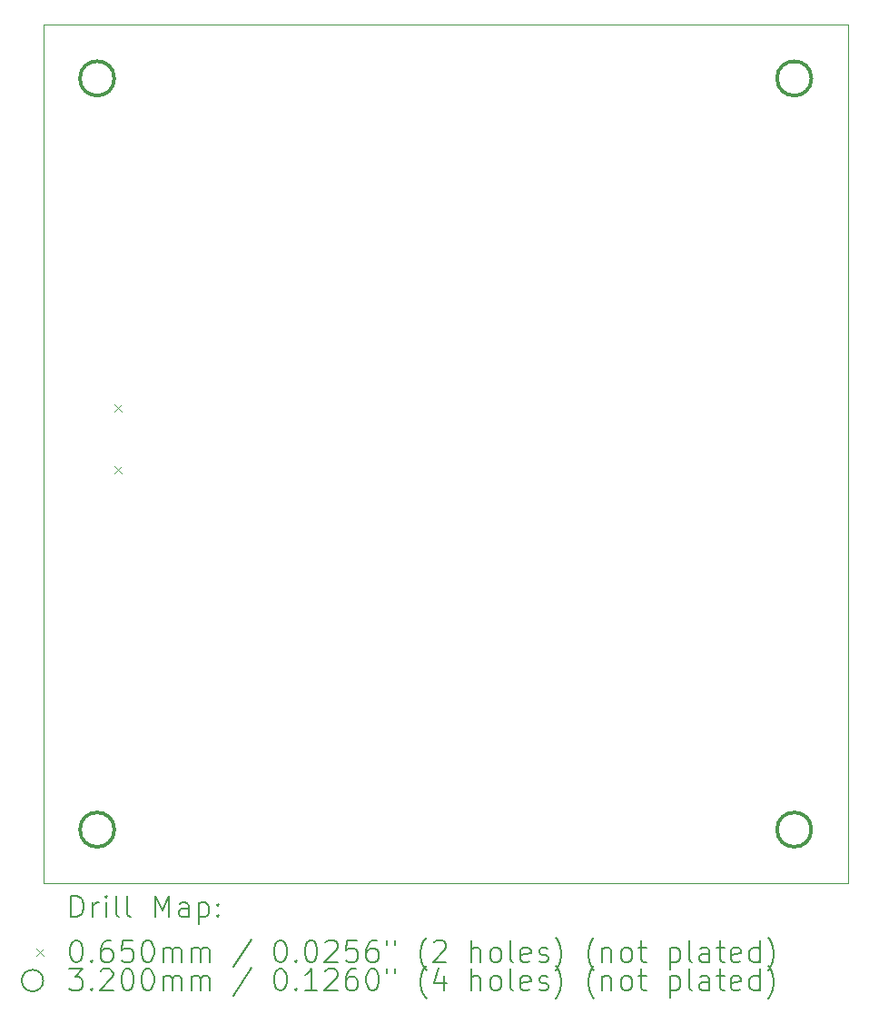
<source format=gbr>
%TF.GenerationSoftware,KiCad,Pcbnew,8.0.8*%
%TF.CreationDate,2025-04-03T15:38:05+02:00*%
%TF.ProjectId,MCU,4d43552e-6b69-4636-9164-5f7063625858,rev?*%
%TF.SameCoordinates,Original*%
%TF.FileFunction,Drillmap*%
%TF.FilePolarity,Positive*%
%FSLAX45Y45*%
G04 Gerber Fmt 4.5, Leading zero omitted, Abs format (unit mm)*
G04 Created by KiCad (PCBNEW 8.0.8) date 2025-04-03 15:38:05*
%MOMM*%
%LPD*%
G01*
G04 APERTURE LIST*
%ADD10C,0.050000*%
%ADD11C,0.200000*%
%ADD12C,0.100000*%
%ADD13C,0.320000*%
G04 APERTURE END LIST*
D10*
X9600000Y-4900000D02*
X17100000Y-4900000D01*
X17100000Y-12900000D01*
X9600000Y-12900000D01*
X9600000Y-4900000D01*
D11*
D12*
X10263000Y-8436500D02*
X10328000Y-8501500D01*
X10328000Y-8436500D02*
X10263000Y-8501500D01*
X10263000Y-9014500D02*
X10328000Y-9079500D01*
X10328000Y-9014500D02*
X10263000Y-9079500D01*
D13*
X10260000Y-5400000D02*
G75*
G02*
X9940000Y-5400000I-160000J0D01*
G01*
X9940000Y-5400000D02*
G75*
G02*
X10260000Y-5400000I160000J0D01*
G01*
X10260000Y-12400000D02*
G75*
G02*
X9940000Y-12400000I-160000J0D01*
G01*
X9940000Y-12400000D02*
G75*
G02*
X10260000Y-12400000I160000J0D01*
G01*
X16760000Y-5400000D02*
G75*
G02*
X16440000Y-5400000I-160000J0D01*
G01*
X16440000Y-5400000D02*
G75*
G02*
X16760000Y-5400000I160000J0D01*
G01*
X16760000Y-12400000D02*
G75*
G02*
X16440000Y-12400000I-160000J0D01*
G01*
X16440000Y-12400000D02*
G75*
G02*
X16760000Y-12400000I160000J0D01*
G01*
D11*
X9858277Y-13213984D02*
X9858277Y-13013984D01*
X9858277Y-13013984D02*
X9905896Y-13013984D01*
X9905896Y-13013984D02*
X9934467Y-13023508D01*
X9934467Y-13023508D02*
X9953515Y-13042555D01*
X9953515Y-13042555D02*
X9963039Y-13061603D01*
X9963039Y-13061603D02*
X9972563Y-13099698D01*
X9972563Y-13099698D02*
X9972563Y-13128269D01*
X9972563Y-13128269D02*
X9963039Y-13166365D01*
X9963039Y-13166365D02*
X9953515Y-13185412D01*
X9953515Y-13185412D02*
X9934467Y-13204460D01*
X9934467Y-13204460D02*
X9905896Y-13213984D01*
X9905896Y-13213984D02*
X9858277Y-13213984D01*
X10058277Y-13213984D02*
X10058277Y-13080650D01*
X10058277Y-13118746D02*
X10067801Y-13099698D01*
X10067801Y-13099698D02*
X10077324Y-13090174D01*
X10077324Y-13090174D02*
X10096372Y-13080650D01*
X10096372Y-13080650D02*
X10115420Y-13080650D01*
X10182086Y-13213984D02*
X10182086Y-13080650D01*
X10182086Y-13013984D02*
X10172563Y-13023508D01*
X10172563Y-13023508D02*
X10182086Y-13033031D01*
X10182086Y-13033031D02*
X10191610Y-13023508D01*
X10191610Y-13023508D02*
X10182086Y-13013984D01*
X10182086Y-13013984D02*
X10182086Y-13033031D01*
X10305896Y-13213984D02*
X10286848Y-13204460D01*
X10286848Y-13204460D02*
X10277324Y-13185412D01*
X10277324Y-13185412D02*
X10277324Y-13013984D01*
X10410658Y-13213984D02*
X10391610Y-13204460D01*
X10391610Y-13204460D02*
X10382086Y-13185412D01*
X10382086Y-13185412D02*
X10382086Y-13013984D01*
X10639229Y-13213984D02*
X10639229Y-13013984D01*
X10639229Y-13013984D02*
X10705896Y-13156841D01*
X10705896Y-13156841D02*
X10772563Y-13013984D01*
X10772563Y-13013984D02*
X10772563Y-13213984D01*
X10953515Y-13213984D02*
X10953515Y-13109222D01*
X10953515Y-13109222D02*
X10943991Y-13090174D01*
X10943991Y-13090174D02*
X10924944Y-13080650D01*
X10924944Y-13080650D02*
X10886848Y-13080650D01*
X10886848Y-13080650D02*
X10867801Y-13090174D01*
X10953515Y-13204460D02*
X10934467Y-13213984D01*
X10934467Y-13213984D02*
X10886848Y-13213984D01*
X10886848Y-13213984D02*
X10867801Y-13204460D01*
X10867801Y-13204460D02*
X10858277Y-13185412D01*
X10858277Y-13185412D02*
X10858277Y-13166365D01*
X10858277Y-13166365D02*
X10867801Y-13147317D01*
X10867801Y-13147317D02*
X10886848Y-13137793D01*
X10886848Y-13137793D02*
X10934467Y-13137793D01*
X10934467Y-13137793D02*
X10953515Y-13128269D01*
X11048753Y-13080650D02*
X11048753Y-13280650D01*
X11048753Y-13090174D02*
X11067801Y-13080650D01*
X11067801Y-13080650D02*
X11105896Y-13080650D01*
X11105896Y-13080650D02*
X11124944Y-13090174D01*
X11124944Y-13090174D02*
X11134467Y-13099698D01*
X11134467Y-13099698D02*
X11143991Y-13118746D01*
X11143991Y-13118746D02*
X11143991Y-13175888D01*
X11143991Y-13175888D02*
X11134467Y-13194936D01*
X11134467Y-13194936D02*
X11124944Y-13204460D01*
X11124944Y-13204460D02*
X11105896Y-13213984D01*
X11105896Y-13213984D02*
X11067801Y-13213984D01*
X11067801Y-13213984D02*
X11048753Y-13204460D01*
X11229705Y-13194936D02*
X11239229Y-13204460D01*
X11239229Y-13204460D02*
X11229705Y-13213984D01*
X11229705Y-13213984D02*
X11220182Y-13204460D01*
X11220182Y-13204460D02*
X11229705Y-13194936D01*
X11229705Y-13194936D02*
X11229705Y-13213984D01*
X11229705Y-13090174D02*
X11239229Y-13099698D01*
X11239229Y-13099698D02*
X11229705Y-13109222D01*
X11229705Y-13109222D02*
X11220182Y-13099698D01*
X11220182Y-13099698D02*
X11229705Y-13090174D01*
X11229705Y-13090174D02*
X11229705Y-13109222D01*
D12*
X9532500Y-13510000D02*
X9597500Y-13575000D01*
X9597500Y-13510000D02*
X9532500Y-13575000D01*
D11*
X9896372Y-13433984D02*
X9915420Y-13433984D01*
X9915420Y-13433984D02*
X9934467Y-13443508D01*
X9934467Y-13443508D02*
X9943991Y-13453031D01*
X9943991Y-13453031D02*
X9953515Y-13472079D01*
X9953515Y-13472079D02*
X9963039Y-13510174D01*
X9963039Y-13510174D02*
X9963039Y-13557793D01*
X9963039Y-13557793D02*
X9953515Y-13595888D01*
X9953515Y-13595888D02*
X9943991Y-13614936D01*
X9943991Y-13614936D02*
X9934467Y-13624460D01*
X9934467Y-13624460D02*
X9915420Y-13633984D01*
X9915420Y-13633984D02*
X9896372Y-13633984D01*
X9896372Y-13633984D02*
X9877324Y-13624460D01*
X9877324Y-13624460D02*
X9867801Y-13614936D01*
X9867801Y-13614936D02*
X9858277Y-13595888D01*
X9858277Y-13595888D02*
X9848753Y-13557793D01*
X9848753Y-13557793D02*
X9848753Y-13510174D01*
X9848753Y-13510174D02*
X9858277Y-13472079D01*
X9858277Y-13472079D02*
X9867801Y-13453031D01*
X9867801Y-13453031D02*
X9877324Y-13443508D01*
X9877324Y-13443508D02*
X9896372Y-13433984D01*
X10048753Y-13614936D02*
X10058277Y-13624460D01*
X10058277Y-13624460D02*
X10048753Y-13633984D01*
X10048753Y-13633984D02*
X10039229Y-13624460D01*
X10039229Y-13624460D02*
X10048753Y-13614936D01*
X10048753Y-13614936D02*
X10048753Y-13633984D01*
X10229705Y-13433984D02*
X10191610Y-13433984D01*
X10191610Y-13433984D02*
X10172563Y-13443508D01*
X10172563Y-13443508D02*
X10163039Y-13453031D01*
X10163039Y-13453031D02*
X10143991Y-13481603D01*
X10143991Y-13481603D02*
X10134467Y-13519698D01*
X10134467Y-13519698D02*
X10134467Y-13595888D01*
X10134467Y-13595888D02*
X10143991Y-13614936D01*
X10143991Y-13614936D02*
X10153515Y-13624460D01*
X10153515Y-13624460D02*
X10172563Y-13633984D01*
X10172563Y-13633984D02*
X10210658Y-13633984D01*
X10210658Y-13633984D02*
X10229705Y-13624460D01*
X10229705Y-13624460D02*
X10239229Y-13614936D01*
X10239229Y-13614936D02*
X10248753Y-13595888D01*
X10248753Y-13595888D02*
X10248753Y-13548269D01*
X10248753Y-13548269D02*
X10239229Y-13529222D01*
X10239229Y-13529222D02*
X10229705Y-13519698D01*
X10229705Y-13519698D02*
X10210658Y-13510174D01*
X10210658Y-13510174D02*
X10172563Y-13510174D01*
X10172563Y-13510174D02*
X10153515Y-13519698D01*
X10153515Y-13519698D02*
X10143991Y-13529222D01*
X10143991Y-13529222D02*
X10134467Y-13548269D01*
X10429705Y-13433984D02*
X10334467Y-13433984D01*
X10334467Y-13433984D02*
X10324944Y-13529222D01*
X10324944Y-13529222D02*
X10334467Y-13519698D01*
X10334467Y-13519698D02*
X10353515Y-13510174D01*
X10353515Y-13510174D02*
X10401134Y-13510174D01*
X10401134Y-13510174D02*
X10420182Y-13519698D01*
X10420182Y-13519698D02*
X10429705Y-13529222D01*
X10429705Y-13529222D02*
X10439229Y-13548269D01*
X10439229Y-13548269D02*
X10439229Y-13595888D01*
X10439229Y-13595888D02*
X10429705Y-13614936D01*
X10429705Y-13614936D02*
X10420182Y-13624460D01*
X10420182Y-13624460D02*
X10401134Y-13633984D01*
X10401134Y-13633984D02*
X10353515Y-13633984D01*
X10353515Y-13633984D02*
X10334467Y-13624460D01*
X10334467Y-13624460D02*
X10324944Y-13614936D01*
X10563039Y-13433984D02*
X10582086Y-13433984D01*
X10582086Y-13433984D02*
X10601134Y-13443508D01*
X10601134Y-13443508D02*
X10610658Y-13453031D01*
X10610658Y-13453031D02*
X10620182Y-13472079D01*
X10620182Y-13472079D02*
X10629705Y-13510174D01*
X10629705Y-13510174D02*
X10629705Y-13557793D01*
X10629705Y-13557793D02*
X10620182Y-13595888D01*
X10620182Y-13595888D02*
X10610658Y-13614936D01*
X10610658Y-13614936D02*
X10601134Y-13624460D01*
X10601134Y-13624460D02*
X10582086Y-13633984D01*
X10582086Y-13633984D02*
X10563039Y-13633984D01*
X10563039Y-13633984D02*
X10543991Y-13624460D01*
X10543991Y-13624460D02*
X10534467Y-13614936D01*
X10534467Y-13614936D02*
X10524944Y-13595888D01*
X10524944Y-13595888D02*
X10515420Y-13557793D01*
X10515420Y-13557793D02*
X10515420Y-13510174D01*
X10515420Y-13510174D02*
X10524944Y-13472079D01*
X10524944Y-13472079D02*
X10534467Y-13453031D01*
X10534467Y-13453031D02*
X10543991Y-13443508D01*
X10543991Y-13443508D02*
X10563039Y-13433984D01*
X10715420Y-13633984D02*
X10715420Y-13500650D01*
X10715420Y-13519698D02*
X10724944Y-13510174D01*
X10724944Y-13510174D02*
X10743991Y-13500650D01*
X10743991Y-13500650D02*
X10772563Y-13500650D01*
X10772563Y-13500650D02*
X10791610Y-13510174D01*
X10791610Y-13510174D02*
X10801134Y-13529222D01*
X10801134Y-13529222D02*
X10801134Y-13633984D01*
X10801134Y-13529222D02*
X10810658Y-13510174D01*
X10810658Y-13510174D02*
X10829705Y-13500650D01*
X10829705Y-13500650D02*
X10858277Y-13500650D01*
X10858277Y-13500650D02*
X10877325Y-13510174D01*
X10877325Y-13510174D02*
X10886848Y-13529222D01*
X10886848Y-13529222D02*
X10886848Y-13633984D01*
X10982086Y-13633984D02*
X10982086Y-13500650D01*
X10982086Y-13519698D02*
X10991610Y-13510174D01*
X10991610Y-13510174D02*
X11010658Y-13500650D01*
X11010658Y-13500650D02*
X11039229Y-13500650D01*
X11039229Y-13500650D02*
X11058277Y-13510174D01*
X11058277Y-13510174D02*
X11067801Y-13529222D01*
X11067801Y-13529222D02*
X11067801Y-13633984D01*
X11067801Y-13529222D02*
X11077325Y-13510174D01*
X11077325Y-13510174D02*
X11096372Y-13500650D01*
X11096372Y-13500650D02*
X11124944Y-13500650D01*
X11124944Y-13500650D02*
X11143991Y-13510174D01*
X11143991Y-13510174D02*
X11153515Y-13529222D01*
X11153515Y-13529222D02*
X11153515Y-13633984D01*
X11543991Y-13424460D02*
X11372563Y-13681603D01*
X11801134Y-13433984D02*
X11820182Y-13433984D01*
X11820182Y-13433984D02*
X11839229Y-13443508D01*
X11839229Y-13443508D02*
X11848753Y-13453031D01*
X11848753Y-13453031D02*
X11858277Y-13472079D01*
X11858277Y-13472079D02*
X11867801Y-13510174D01*
X11867801Y-13510174D02*
X11867801Y-13557793D01*
X11867801Y-13557793D02*
X11858277Y-13595888D01*
X11858277Y-13595888D02*
X11848753Y-13614936D01*
X11848753Y-13614936D02*
X11839229Y-13624460D01*
X11839229Y-13624460D02*
X11820182Y-13633984D01*
X11820182Y-13633984D02*
X11801134Y-13633984D01*
X11801134Y-13633984D02*
X11782086Y-13624460D01*
X11782086Y-13624460D02*
X11772563Y-13614936D01*
X11772563Y-13614936D02*
X11763039Y-13595888D01*
X11763039Y-13595888D02*
X11753515Y-13557793D01*
X11753515Y-13557793D02*
X11753515Y-13510174D01*
X11753515Y-13510174D02*
X11763039Y-13472079D01*
X11763039Y-13472079D02*
X11772563Y-13453031D01*
X11772563Y-13453031D02*
X11782086Y-13443508D01*
X11782086Y-13443508D02*
X11801134Y-13433984D01*
X11953515Y-13614936D02*
X11963039Y-13624460D01*
X11963039Y-13624460D02*
X11953515Y-13633984D01*
X11953515Y-13633984D02*
X11943991Y-13624460D01*
X11943991Y-13624460D02*
X11953515Y-13614936D01*
X11953515Y-13614936D02*
X11953515Y-13633984D01*
X12086848Y-13433984D02*
X12105896Y-13433984D01*
X12105896Y-13433984D02*
X12124944Y-13443508D01*
X12124944Y-13443508D02*
X12134467Y-13453031D01*
X12134467Y-13453031D02*
X12143991Y-13472079D01*
X12143991Y-13472079D02*
X12153515Y-13510174D01*
X12153515Y-13510174D02*
X12153515Y-13557793D01*
X12153515Y-13557793D02*
X12143991Y-13595888D01*
X12143991Y-13595888D02*
X12134467Y-13614936D01*
X12134467Y-13614936D02*
X12124944Y-13624460D01*
X12124944Y-13624460D02*
X12105896Y-13633984D01*
X12105896Y-13633984D02*
X12086848Y-13633984D01*
X12086848Y-13633984D02*
X12067801Y-13624460D01*
X12067801Y-13624460D02*
X12058277Y-13614936D01*
X12058277Y-13614936D02*
X12048753Y-13595888D01*
X12048753Y-13595888D02*
X12039229Y-13557793D01*
X12039229Y-13557793D02*
X12039229Y-13510174D01*
X12039229Y-13510174D02*
X12048753Y-13472079D01*
X12048753Y-13472079D02*
X12058277Y-13453031D01*
X12058277Y-13453031D02*
X12067801Y-13443508D01*
X12067801Y-13443508D02*
X12086848Y-13433984D01*
X12229706Y-13453031D02*
X12239229Y-13443508D01*
X12239229Y-13443508D02*
X12258277Y-13433984D01*
X12258277Y-13433984D02*
X12305896Y-13433984D01*
X12305896Y-13433984D02*
X12324944Y-13443508D01*
X12324944Y-13443508D02*
X12334467Y-13453031D01*
X12334467Y-13453031D02*
X12343991Y-13472079D01*
X12343991Y-13472079D02*
X12343991Y-13491127D01*
X12343991Y-13491127D02*
X12334467Y-13519698D01*
X12334467Y-13519698D02*
X12220182Y-13633984D01*
X12220182Y-13633984D02*
X12343991Y-13633984D01*
X12524944Y-13433984D02*
X12429706Y-13433984D01*
X12429706Y-13433984D02*
X12420182Y-13529222D01*
X12420182Y-13529222D02*
X12429706Y-13519698D01*
X12429706Y-13519698D02*
X12448753Y-13510174D01*
X12448753Y-13510174D02*
X12496372Y-13510174D01*
X12496372Y-13510174D02*
X12515420Y-13519698D01*
X12515420Y-13519698D02*
X12524944Y-13529222D01*
X12524944Y-13529222D02*
X12534467Y-13548269D01*
X12534467Y-13548269D02*
X12534467Y-13595888D01*
X12534467Y-13595888D02*
X12524944Y-13614936D01*
X12524944Y-13614936D02*
X12515420Y-13624460D01*
X12515420Y-13624460D02*
X12496372Y-13633984D01*
X12496372Y-13633984D02*
X12448753Y-13633984D01*
X12448753Y-13633984D02*
X12429706Y-13624460D01*
X12429706Y-13624460D02*
X12420182Y-13614936D01*
X12705896Y-13433984D02*
X12667801Y-13433984D01*
X12667801Y-13433984D02*
X12648753Y-13443508D01*
X12648753Y-13443508D02*
X12639229Y-13453031D01*
X12639229Y-13453031D02*
X12620182Y-13481603D01*
X12620182Y-13481603D02*
X12610658Y-13519698D01*
X12610658Y-13519698D02*
X12610658Y-13595888D01*
X12610658Y-13595888D02*
X12620182Y-13614936D01*
X12620182Y-13614936D02*
X12629706Y-13624460D01*
X12629706Y-13624460D02*
X12648753Y-13633984D01*
X12648753Y-13633984D02*
X12686848Y-13633984D01*
X12686848Y-13633984D02*
X12705896Y-13624460D01*
X12705896Y-13624460D02*
X12715420Y-13614936D01*
X12715420Y-13614936D02*
X12724944Y-13595888D01*
X12724944Y-13595888D02*
X12724944Y-13548269D01*
X12724944Y-13548269D02*
X12715420Y-13529222D01*
X12715420Y-13529222D02*
X12705896Y-13519698D01*
X12705896Y-13519698D02*
X12686848Y-13510174D01*
X12686848Y-13510174D02*
X12648753Y-13510174D01*
X12648753Y-13510174D02*
X12629706Y-13519698D01*
X12629706Y-13519698D02*
X12620182Y-13529222D01*
X12620182Y-13529222D02*
X12610658Y-13548269D01*
X12801134Y-13433984D02*
X12801134Y-13472079D01*
X12877325Y-13433984D02*
X12877325Y-13472079D01*
X13172563Y-13710174D02*
X13163039Y-13700650D01*
X13163039Y-13700650D02*
X13143991Y-13672079D01*
X13143991Y-13672079D02*
X13134468Y-13653031D01*
X13134468Y-13653031D02*
X13124944Y-13624460D01*
X13124944Y-13624460D02*
X13115420Y-13576841D01*
X13115420Y-13576841D02*
X13115420Y-13538746D01*
X13115420Y-13538746D02*
X13124944Y-13491127D01*
X13124944Y-13491127D02*
X13134468Y-13462555D01*
X13134468Y-13462555D02*
X13143991Y-13443508D01*
X13143991Y-13443508D02*
X13163039Y-13414936D01*
X13163039Y-13414936D02*
X13172563Y-13405412D01*
X13239229Y-13453031D02*
X13248753Y-13443508D01*
X13248753Y-13443508D02*
X13267801Y-13433984D01*
X13267801Y-13433984D02*
X13315420Y-13433984D01*
X13315420Y-13433984D02*
X13334468Y-13443508D01*
X13334468Y-13443508D02*
X13343991Y-13453031D01*
X13343991Y-13453031D02*
X13353515Y-13472079D01*
X13353515Y-13472079D02*
X13353515Y-13491127D01*
X13353515Y-13491127D02*
X13343991Y-13519698D01*
X13343991Y-13519698D02*
X13229706Y-13633984D01*
X13229706Y-13633984D02*
X13353515Y-13633984D01*
X13591610Y-13633984D02*
X13591610Y-13433984D01*
X13677325Y-13633984D02*
X13677325Y-13529222D01*
X13677325Y-13529222D02*
X13667801Y-13510174D01*
X13667801Y-13510174D02*
X13648753Y-13500650D01*
X13648753Y-13500650D02*
X13620182Y-13500650D01*
X13620182Y-13500650D02*
X13601134Y-13510174D01*
X13601134Y-13510174D02*
X13591610Y-13519698D01*
X13801134Y-13633984D02*
X13782087Y-13624460D01*
X13782087Y-13624460D02*
X13772563Y-13614936D01*
X13772563Y-13614936D02*
X13763039Y-13595888D01*
X13763039Y-13595888D02*
X13763039Y-13538746D01*
X13763039Y-13538746D02*
X13772563Y-13519698D01*
X13772563Y-13519698D02*
X13782087Y-13510174D01*
X13782087Y-13510174D02*
X13801134Y-13500650D01*
X13801134Y-13500650D02*
X13829706Y-13500650D01*
X13829706Y-13500650D02*
X13848753Y-13510174D01*
X13848753Y-13510174D02*
X13858277Y-13519698D01*
X13858277Y-13519698D02*
X13867801Y-13538746D01*
X13867801Y-13538746D02*
X13867801Y-13595888D01*
X13867801Y-13595888D02*
X13858277Y-13614936D01*
X13858277Y-13614936D02*
X13848753Y-13624460D01*
X13848753Y-13624460D02*
X13829706Y-13633984D01*
X13829706Y-13633984D02*
X13801134Y-13633984D01*
X13982087Y-13633984D02*
X13963039Y-13624460D01*
X13963039Y-13624460D02*
X13953515Y-13605412D01*
X13953515Y-13605412D02*
X13953515Y-13433984D01*
X14134468Y-13624460D02*
X14115420Y-13633984D01*
X14115420Y-13633984D02*
X14077325Y-13633984D01*
X14077325Y-13633984D02*
X14058277Y-13624460D01*
X14058277Y-13624460D02*
X14048753Y-13605412D01*
X14048753Y-13605412D02*
X14048753Y-13529222D01*
X14048753Y-13529222D02*
X14058277Y-13510174D01*
X14058277Y-13510174D02*
X14077325Y-13500650D01*
X14077325Y-13500650D02*
X14115420Y-13500650D01*
X14115420Y-13500650D02*
X14134468Y-13510174D01*
X14134468Y-13510174D02*
X14143991Y-13529222D01*
X14143991Y-13529222D02*
X14143991Y-13548269D01*
X14143991Y-13548269D02*
X14048753Y-13567317D01*
X14220182Y-13624460D02*
X14239230Y-13633984D01*
X14239230Y-13633984D02*
X14277325Y-13633984D01*
X14277325Y-13633984D02*
X14296372Y-13624460D01*
X14296372Y-13624460D02*
X14305896Y-13605412D01*
X14305896Y-13605412D02*
X14305896Y-13595888D01*
X14305896Y-13595888D02*
X14296372Y-13576841D01*
X14296372Y-13576841D02*
X14277325Y-13567317D01*
X14277325Y-13567317D02*
X14248753Y-13567317D01*
X14248753Y-13567317D02*
X14229706Y-13557793D01*
X14229706Y-13557793D02*
X14220182Y-13538746D01*
X14220182Y-13538746D02*
X14220182Y-13529222D01*
X14220182Y-13529222D02*
X14229706Y-13510174D01*
X14229706Y-13510174D02*
X14248753Y-13500650D01*
X14248753Y-13500650D02*
X14277325Y-13500650D01*
X14277325Y-13500650D02*
X14296372Y-13510174D01*
X14372563Y-13710174D02*
X14382087Y-13700650D01*
X14382087Y-13700650D02*
X14401134Y-13672079D01*
X14401134Y-13672079D02*
X14410658Y-13653031D01*
X14410658Y-13653031D02*
X14420182Y-13624460D01*
X14420182Y-13624460D02*
X14429706Y-13576841D01*
X14429706Y-13576841D02*
X14429706Y-13538746D01*
X14429706Y-13538746D02*
X14420182Y-13491127D01*
X14420182Y-13491127D02*
X14410658Y-13462555D01*
X14410658Y-13462555D02*
X14401134Y-13443508D01*
X14401134Y-13443508D02*
X14382087Y-13414936D01*
X14382087Y-13414936D02*
X14372563Y-13405412D01*
X14734468Y-13710174D02*
X14724944Y-13700650D01*
X14724944Y-13700650D02*
X14705896Y-13672079D01*
X14705896Y-13672079D02*
X14696372Y-13653031D01*
X14696372Y-13653031D02*
X14686849Y-13624460D01*
X14686849Y-13624460D02*
X14677325Y-13576841D01*
X14677325Y-13576841D02*
X14677325Y-13538746D01*
X14677325Y-13538746D02*
X14686849Y-13491127D01*
X14686849Y-13491127D02*
X14696372Y-13462555D01*
X14696372Y-13462555D02*
X14705896Y-13443508D01*
X14705896Y-13443508D02*
X14724944Y-13414936D01*
X14724944Y-13414936D02*
X14734468Y-13405412D01*
X14810658Y-13500650D02*
X14810658Y-13633984D01*
X14810658Y-13519698D02*
X14820182Y-13510174D01*
X14820182Y-13510174D02*
X14839230Y-13500650D01*
X14839230Y-13500650D02*
X14867801Y-13500650D01*
X14867801Y-13500650D02*
X14886849Y-13510174D01*
X14886849Y-13510174D02*
X14896372Y-13529222D01*
X14896372Y-13529222D02*
X14896372Y-13633984D01*
X15020182Y-13633984D02*
X15001134Y-13624460D01*
X15001134Y-13624460D02*
X14991611Y-13614936D01*
X14991611Y-13614936D02*
X14982087Y-13595888D01*
X14982087Y-13595888D02*
X14982087Y-13538746D01*
X14982087Y-13538746D02*
X14991611Y-13519698D01*
X14991611Y-13519698D02*
X15001134Y-13510174D01*
X15001134Y-13510174D02*
X15020182Y-13500650D01*
X15020182Y-13500650D02*
X15048753Y-13500650D01*
X15048753Y-13500650D02*
X15067801Y-13510174D01*
X15067801Y-13510174D02*
X15077325Y-13519698D01*
X15077325Y-13519698D02*
X15086849Y-13538746D01*
X15086849Y-13538746D02*
X15086849Y-13595888D01*
X15086849Y-13595888D02*
X15077325Y-13614936D01*
X15077325Y-13614936D02*
X15067801Y-13624460D01*
X15067801Y-13624460D02*
X15048753Y-13633984D01*
X15048753Y-13633984D02*
X15020182Y-13633984D01*
X15143992Y-13500650D02*
X15220182Y-13500650D01*
X15172563Y-13433984D02*
X15172563Y-13605412D01*
X15172563Y-13605412D02*
X15182087Y-13624460D01*
X15182087Y-13624460D02*
X15201134Y-13633984D01*
X15201134Y-13633984D02*
X15220182Y-13633984D01*
X15439230Y-13500650D02*
X15439230Y-13700650D01*
X15439230Y-13510174D02*
X15458277Y-13500650D01*
X15458277Y-13500650D02*
X15496373Y-13500650D01*
X15496373Y-13500650D02*
X15515420Y-13510174D01*
X15515420Y-13510174D02*
X15524944Y-13519698D01*
X15524944Y-13519698D02*
X15534468Y-13538746D01*
X15534468Y-13538746D02*
X15534468Y-13595888D01*
X15534468Y-13595888D02*
X15524944Y-13614936D01*
X15524944Y-13614936D02*
X15515420Y-13624460D01*
X15515420Y-13624460D02*
X15496373Y-13633984D01*
X15496373Y-13633984D02*
X15458277Y-13633984D01*
X15458277Y-13633984D02*
X15439230Y-13624460D01*
X15648753Y-13633984D02*
X15629706Y-13624460D01*
X15629706Y-13624460D02*
X15620182Y-13605412D01*
X15620182Y-13605412D02*
X15620182Y-13433984D01*
X15810658Y-13633984D02*
X15810658Y-13529222D01*
X15810658Y-13529222D02*
X15801134Y-13510174D01*
X15801134Y-13510174D02*
X15782087Y-13500650D01*
X15782087Y-13500650D02*
X15743992Y-13500650D01*
X15743992Y-13500650D02*
X15724944Y-13510174D01*
X15810658Y-13624460D02*
X15791611Y-13633984D01*
X15791611Y-13633984D02*
X15743992Y-13633984D01*
X15743992Y-13633984D02*
X15724944Y-13624460D01*
X15724944Y-13624460D02*
X15715420Y-13605412D01*
X15715420Y-13605412D02*
X15715420Y-13586365D01*
X15715420Y-13586365D02*
X15724944Y-13567317D01*
X15724944Y-13567317D02*
X15743992Y-13557793D01*
X15743992Y-13557793D02*
X15791611Y-13557793D01*
X15791611Y-13557793D02*
X15810658Y-13548269D01*
X15877325Y-13500650D02*
X15953515Y-13500650D01*
X15905896Y-13433984D02*
X15905896Y-13605412D01*
X15905896Y-13605412D02*
X15915420Y-13624460D01*
X15915420Y-13624460D02*
X15934468Y-13633984D01*
X15934468Y-13633984D02*
X15953515Y-13633984D01*
X16096373Y-13624460D02*
X16077325Y-13633984D01*
X16077325Y-13633984D02*
X16039230Y-13633984D01*
X16039230Y-13633984D02*
X16020182Y-13624460D01*
X16020182Y-13624460D02*
X16010658Y-13605412D01*
X16010658Y-13605412D02*
X16010658Y-13529222D01*
X16010658Y-13529222D02*
X16020182Y-13510174D01*
X16020182Y-13510174D02*
X16039230Y-13500650D01*
X16039230Y-13500650D02*
X16077325Y-13500650D01*
X16077325Y-13500650D02*
X16096373Y-13510174D01*
X16096373Y-13510174D02*
X16105896Y-13529222D01*
X16105896Y-13529222D02*
X16105896Y-13548269D01*
X16105896Y-13548269D02*
X16010658Y-13567317D01*
X16277325Y-13633984D02*
X16277325Y-13433984D01*
X16277325Y-13624460D02*
X16258277Y-13633984D01*
X16258277Y-13633984D02*
X16220182Y-13633984D01*
X16220182Y-13633984D02*
X16201134Y-13624460D01*
X16201134Y-13624460D02*
X16191611Y-13614936D01*
X16191611Y-13614936D02*
X16182087Y-13595888D01*
X16182087Y-13595888D02*
X16182087Y-13538746D01*
X16182087Y-13538746D02*
X16191611Y-13519698D01*
X16191611Y-13519698D02*
X16201134Y-13510174D01*
X16201134Y-13510174D02*
X16220182Y-13500650D01*
X16220182Y-13500650D02*
X16258277Y-13500650D01*
X16258277Y-13500650D02*
X16277325Y-13510174D01*
X16353515Y-13710174D02*
X16363039Y-13700650D01*
X16363039Y-13700650D02*
X16382087Y-13672079D01*
X16382087Y-13672079D02*
X16391611Y-13653031D01*
X16391611Y-13653031D02*
X16401134Y-13624460D01*
X16401134Y-13624460D02*
X16410658Y-13576841D01*
X16410658Y-13576841D02*
X16410658Y-13538746D01*
X16410658Y-13538746D02*
X16401134Y-13491127D01*
X16401134Y-13491127D02*
X16391611Y-13462555D01*
X16391611Y-13462555D02*
X16382087Y-13443508D01*
X16382087Y-13443508D02*
X16363039Y-13414936D01*
X16363039Y-13414936D02*
X16353515Y-13405412D01*
X9597500Y-13806500D02*
G75*
G02*
X9397500Y-13806500I-100000J0D01*
G01*
X9397500Y-13806500D02*
G75*
G02*
X9597500Y-13806500I100000J0D01*
G01*
X9839229Y-13697984D02*
X9963039Y-13697984D01*
X9963039Y-13697984D02*
X9896372Y-13774174D01*
X9896372Y-13774174D02*
X9924944Y-13774174D01*
X9924944Y-13774174D02*
X9943991Y-13783698D01*
X9943991Y-13783698D02*
X9953515Y-13793222D01*
X9953515Y-13793222D02*
X9963039Y-13812269D01*
X9963039Y-13812269D02*
X9963039Y-13859888D01*
X9963039Y-13859888D02*
X9953515Y-13878936D01*
X9953515Y-13878936D02*
X9943991Y-13888460D01*
X9943991Y-13888460D02*
X9924944Y-13897984D01*
X9924944Y-13897984D02*
X9867801Y-13897984D01*
X9867801Y-13897984D02*
X9848753Y-13888460D01*
X9848753Y-13888460D02*
X9839229Y-13878936D01*
X10048753Y-13878936D02*
X10058277Y-13888460D01*
X10058277Y-13888460D02*
X10048753Y-13897984D01*
X10048753Y-13897984D02*
X10039229Y-13888460D01*
X10039229Y-13888460D02*
X10048753Y-13878936D01*
X10048753Y-13878936D02*
X10048753Y-13897984D01*
X10134467Y-13717031D02*
X10143991Y-13707508D01*
X10143991Y-13707508D02*
X10163039Y-13697984D01*
X10163039Y-13697984D02*
X10210658Y-13697984D01*
X10210658Y-13697984D02*
X10229705Y-13707508D01*
X10229705Y-13707508D02*
X10239229Y-13717031D01*
X10239229Y-13717031D02*
X10248753Y-13736079D01*
X10248753Y-13736079D02*
X10248753Y-13755127D01*
X10248753Y-13755127D02*
X10239229Y-13783698D01*
X10239229Y-13783698D02*
X10124944Y-13897984D01*
X10124944Y-13897984D02*
X10248753Y-13897984D01*
X10372563Y-13697984D02*
X10391610Y-13697984D01*
X10391610Y-13697984D02*
X10410658Y-13707508D01*
X10410658Y-13707508D02*
X10420182Y-13717031D01*
X10420182Y-13717031D02*
X10429705Y-13736079D01*
X10429705Y-13736079D02*
X10439229Y-13774174D01*
X10439229Y-13774174D02*
X10439229Y-13821793D01*
X10439229Y-13821793D02*
X10429705Y-13859888D01*
X10429705Y-13859888D02*
X10420182Y-13878936D01*
X10420182Y-13878936D02*
X10410658Y-13888460D01*
X10410658Y-13888460D02*
X10391610Y-13897984D01*
X10391610Y-13897984D02*
X10372563Y-13897984D01*
X10372563Y-13897984D02*
X10353515Y-13888460D01*
X10353515Y-13888460D02*
X10343991Y-13878936D01*
X10343991Y-13878936D02*
X10334467Y-13859888D01*
X10334467Y-13859888D02*
X10324944Y-13821793D01*
X10324944Y-13821793D02*
X10324944Y-13774174D01*
X10324944Y-13774174D02*
X10334467Y-13736079D01*
X10334467Y-13736079D02*
X10343991Y-13717031D01*
X10343991Y-13717031D02*
X10353515Y-13707508D01*
X10353515Y-13707508D02*
X10372563Y-13697984D01*
X10563039Y-13697984D02*
X10582086Y-13697984D01*
X10582086Y-13697984D02*
X10601134Y-13707508D01*
X10601134Y-13707508D02*
X10610658Y-13717031D01*
X10610658Y-13717031D02*
X10620182Y-13736079D01*
X10620182Y-13736079D02*
X10629705Y-13774174D01*
X10629705Y-13774174D02*
X10629705Y-13821793D01*
X10629705Y-13821793D02*
X10620182Y-13859888D01*
X10620182Y-13859888D02*
X10610658Y-13878936D01*
X10610658Y-13878936D02*
X10601134Y-13888460D01*
X10601134Y-13888460D02*
X10582086Y-13897984D01*
X10582086Y-13897984D02*
X10563039Y-13897984D01*
X10563039Y-13897984D02*
X10543991Y-13888460D01*
X10543991Y-13888460D02*
X10534467Y-13878936D01*
X10534467Y-13878936D02*
X10524944Y-13859888D01*
X10524944Y-13859888D02*
X10515420Y-13821793D01*
X10515420Y-13821793D02*
X10515420Y-13774174D01*
X10515420Y-13774174D02*
X10524944Y-13736079D01*
X10524944Y-13736079D02*
X10534467Y-13717031D01*
X10534467Y-13717031D02*
X10543991Y-13707508D01*
X10543991Y-13707508D02*
X10563039Y-13697984D01*
X10715420Y-13897984D02*
X10715420Y-13764650D01*
X10715420Y-13783698D02*
X10724944Y-13774174D01*
X10724944Y-13774174D02*
X10743991Y-13764650D01*
X10743991Y-13764650D02*
X10772563Y-13764650D01*
X10772563Y-13764650D02*
X10791610Y-13774174D01*
X10791610Y-13774174D02*
X10801134Y-13793222D01*
X10801134Y-13793222D02*
X10801134Y-13897984D01*
X10801134Y-13793222D02*
X10810658Y-13774174D01*
X10810658Y-13774174D02*
X10829705Y-13764650D01*
X10829705Y-13764650D02*
X10858277Y-13764650D01*
X10858277Y-13764650D02*
X10877325Y-13774174D01*
X10877325Y-13774174D02*
X10886848Y-13793222D01*
X10886848Y-13793222D02*
X10886848Y-13897984D01*
X10982086Y-13897984D02*
X10982086Y-13764650D01*
X10982086Y-13783698D02*
X10991610Y-13774174D01*
X10991610Y-13774174D02*
X11010658Y-13764650D01*
X11010658Y-13764650D02*
X11039229Y-13764650D01*
X11039229Y-13764650D02*
X11058277Y-13774174D01*
X11058277Y-13774174D02*
X11067801Y-13793222D01*
X11067801Y-13793222D02*
X11067801Y-13897984D01*
X11067801Y-13793222D02*
X11077325Y-13774174D01*
X11077325Y-13774174D02*
X11096372Y-13764650D01*
X11096372Y-13764650D02*
X11124944Y-13764650D01*
X11124944Y-13764650D02*
X11143991Y-13774174D01*
X11143991Y-13774174D02*
X11153515Y-13793222D01*
X11153515Y-13793222D02*
X11153515Y-13897984D01*
X11543991Y-13688460D02*
X11372563Y-13945603D01*
X11801134Y-13697984D02*
X11820182Y-13697984D01*
X11820182Y-13697984D02*
X11839229Y-13707508D01*
X11839229Y-13707508D02*
X11848753Y-13717031D01*
X11848753Y-13717031D02*
X11858277Y-13736079D01*
X11858277Y-13736079D02*
X11867801Y-13774174D01*
X11867801Y-13774174D02*
X11867801Y-13821793D01*
X11867801Y-13821793D02*
X11858277Y-13859888D01*
X11858277Y-13859888D02*
X11848753Y-13878936D01*
X11848753Y-13878936D02*
X11839229Y-13888460D01*
X11839229Y-13888460D02*
X11820182Y-13897984D01*
X11820182Y-13897984D02*
X11801134Y-13897984D01*
X11801134Y-13897984D02*
X11782086Y-13888460D01*
X11782086Y-13888460D02*
X11772563Y-13878936D01*
X11772563Y-13878936D02*
X11763039Y-13859888D01*
X11763039Y-13859888D02*
X11753515Y-13821793D01*
X11753515Y-13821793D02*
X11753515Y-13774174D01*
X11753515Y-13774174D02*
X11763039Y-13736079D01*
X11763039Y-13736079D02*
X11772563Y-13717031D01*
X11772563Y-13717031D02*
X11782086Y-13707508D01*
X11782086Y-13707508D02*
X11801134Y-13697984D01*
X11953515Y-13878936D02*
X11963039Y-13888460D01*
X11963039Y-13888460D02*
X11953515Y-13897984D01*
X11953515Y-13897984D02*
X11943991Y-13888460D01*
X11943991Y-13888460D02*
X11953515Y-13878936D01*
X11953515Y-13878936D02*
X11953515Y-13897984D01*
X12153515Y-13897984D02*
X12039229Y-13897984D01*
X12096372Y-13897984D02*
X12096372Y-13697984D01*
X12096372Y-13697984D02*
X12077325Y-13726555D01*
X12077325Y-13726555D02*
X12058277Y-13745603D01*
X12058277Y-13745603D02*
X12039229Y-13755127D01*
X12229706Y-13717031D02*
X12239229Y-13707508D01*
X12239229Y-13707508D02*
X12258277Y-13697984D01*
X12258277Y-13697984D02*
X12305896Y-13697984D01*
X12305896Y-13697984D02*
X12324944Y-13707508D01*
X12324944Y-13707508D02*
X12334467Y-13717031D01*
X12334467Y-13717031D02*
X12343991Y-13736079D01*
X12343991Y-13736079D02*
X12343991Y-13755127D01*
X12343991Y-13755127D02*
X12334467Y-13783698D01*
X12334467Y-13783698D02*
X12220182Y-13897984D01*
X12220182Y-13897984D02*
X12343991Y-13897984D01*
X12515420Y-13697984D02*
X12477325Y-13697984D01*
X12477325Y-13697984D02*
X12458277Y-13707508D01*
X12458277Y-13707508D02*
X12448753Y-13717031D01*
X12448753Y-13717031D02*
X12429706Y-13745603D01*
X12429706Y-13745603D02*
X12420182Y-13783698D01*
X12420182Y-13783698D02*
X12420182Y-13859888D01*
X12420182Y-13859888D02*
X12429706Y-13878936D01*
X12429706Y-13878936D02*
X12439229Y-13888460D01*
X12439229Y-13888460D02*
X12458277Y-13897984D01*
X12458277Y-13897984D02*
X12496372Y-13897984D01*
X12496372Y-13897984D02*
X12515420Y-13888460D01*
X12515420Y-13888460D02*
X12524944Y-13878936D01*
X12524944Y-13878936D02*
X12534467Y-13859888D01*
X12534467Y-13859888D02*
X12534467Y-13812269D01*
X12534467Y-13812269D02*
X12524944Y-13793222D01*
X12524944Y-13793222D02*
X12515420Y-13783698D01*
X12515420Y-13783698D02*
X12496372Y-13774174D01*
X12496372Y-13774174D02*
X12458277Y-13774174D01*
X12458277Y-13774174D02*
X12439229Y-13783698D01*
X12439229Y-13783698D02*
X12429706Y-13793222D01*
X12429706Y-13793222D02*
X12420182Y-13812269D01*
X12658277Y-13697984D02*
X12677325Y-13697984D01*
X12677325Y-13697984D02*
X12696372Y-13707508D01*
X12696372Y-13707508D02*
X12705896Y-13717031D01*
X12705896Y-13717031D02*
X12715420Y-13736079D01*
X12715420Y-13736079D02*
X12724944Y-13774174D01*
X12724944Y-13774174D02*
X12724944Y-13821793D01*
X12724944Y-13821793D02*
X12715420Y-13859888D01*
X12715420Y-13859888D02*
X12705896Y-13878936D01*
X12705896Y-13878936D02*
X12696372Y-13888460D01*
X12696372Y-13888460D02*
X12677325Y-13897984D01*
X12677325Y-13897984D02*
X12658277Y-13897984D01*
X12658277Y-13897984D02*
X12639229Y-13888460D01*
X12639229Y-13888460D02*
X12629706Y-13878936D01*
X12629706Y-13878936D02*
X12620182Y-13859888D01*
X12620182Y-13859888D02*
X12610658Y-13821793D01*
X12610658Y-13821793D02*
X12610658Y-13774174D01*
X12610658Y-13774174D02*
X12620182Y-13736079D01*
X12620182Y-13736079D02*
X12629706Y-13717031D01*
X12629706Y-13717031D02*
X12639229Y-13707508D01*
X12639229Y-13707508D02*
X12658277Y-13697984D01*
X12801134Y-13697984D02*
X12801134Y-13736079D01*
X12877325Y-13697984D02*
X12877325Y-13736079D01*
X13172563Y-13974174D02*
X13163039Y-13964650D01*
X13163039Y-13964650D02*
X13143991Y-13936079D01*
X13143991Y-13936079D02*
X13134468Y-13917031D01*
X13134468Y-13917031D02*
X13124944Y-13888460D01*
X13124944Y-13888460D02*
X13115420Y-13840841D01*
X13115420Y-13840841D02*
X13115420Y-13802746D01*
X13115420Y-13802746D02*
X13124944Y-13755127D01*
X13124944Y-13755127D02*
X13134468Y-13726555D01*
X13134468Y-13726555D02*
X13143991Y-13707508D01*
X13143991Y-13707508D02*
X13163039Y-13678936D01*
X13163039Y-13678936D02*
X13172563Y-13669412D01*
X13334468Y-13764650D02*
X13334468Y-13897984D01*
X13286848Y-13688460D02*
X13239229Y-13831317D01*
X13239229Y-13831317D02*
X13363039Y-13831317D01*
X13591610Y-13897984D02*
X13591610Y-13697984D01*
X13677325Y-13897984D02*
X13677325Y-13793222D01*
X13677325Y-13793222D02*
X13667801Y-13774174D01*
X13667801Y-13774174D02*
X13648753Y-13764650D01*
X13648753Y-13764650D02*
X13620182Y-13764650D01*
X13620182Y-13764650D02*
X13601134Y-13774174D01*
X13601134Y-13774174D02*
X13591610Y-13783698D01*
X13801134Y-13897984D02*
X13782087Y-13888460D01*
X13782087Y-13888460D02*
X13772563Y-13878936D01*
X13772563Y-13878936D02*
X13763039Y-13859888D01*
X13763039Y-13859888D02*
X13763039Y-13802746D01*
X13763039Y-13802746D02*
X13772563Y-13783698D01*
X13772563Y-13783698D02*
X13782087Y-13774174D01*
X13782087Y-13774174D02*
X13801134Y-13764650D01*
X13801134Y-13764650D02*
X13829706Y-13764650D01*
X13829706Y-13764650D02*
X13848753Y-13774174D01*
X13848753Y-13774174D02*
X13858277Y-13783698D01*
X13858277Y-13783698D02*
X13867801Y-13802746D01*
X13867801Y-13802746D02*
X13867801Y-13859888D01*
X13867801Y-13859888D02*
X13858277Y-13878936D01*
X13858277Y-13878936D02*
X13848753Y-13888460D01*
X13848753Y-13888460D02*
X13829706Y-13897984D01*
X13829706Y-13897984D02*
X13801134Y-13897984D01*
X13982087Y-13897984D02*
X13963039Y-13888460D01*
X13963039Y-13888460D02*
X13953515Y-13869412D01*
X13953515Y-13869412D02*
X13953515Y-13697984D01*
X14134468Y-13888460D02*
X14115420Y-13897984D01*
X14115420Y-13897984D02*
X14077325Y-13897984D01*
X14077325Y-13897984D02*
X14058277Y-13888460D01*
X14058277Y-13888460D02*
X14048753Y-13869412D01*
X14048753Y-13869412D02*
X14048753Y-13793222D01*
X14048753Y-13793222D02*
X14058277Y-13774174D01*
X14058277Y-13774174D02*
X14077325Y-13764650D01*
X14077325Y-13764650D02*
X14115420Y-13764650D01*
X14115420Y-13764650D02*
X14134468Y-13774174D01*
X14134468Y-13774174D02*
X14143991Y-13793222D01*
X14143991Y-13793222D02*
X14143991Y-13812269D01*
X14143991Y-13812269D02*
X14048753Y-13831317D01*
X14220182Y-13888460D02*
X14239230Y-13897984D01*
X14239230Y-13897984D02*
X14277325Y-13897984D01*
X14277325Y-13897984D02*
X14296372Y-13888460D01*
X14296372Y-13888460D02*
X14305896Y-13869412D01*
X14305896Y-13869412D02*
X14305896Y-13859888D01*
X14305896Y-13859888D02*
X14296372Y-13840841D01*
X14296372Y-13840841D02*
X14277325Y-13831317D01*
X14277325Y-13831317D02*
X14248753Y-13831317D01*
X14248753Y-13831317D02*
X14229706Y-13821793D01*
X14229706Y-13821793D02*
X14220182Y-13802746D01*
X14220182Y-13802746D02*
X14220182Y-13793222D01*
X14220182Y-13793222D02*
X14229706Y-13774174D01*
X14229706Y-13774174D02*
X14248753Y-13764650D01*
X14248753Y-13764650D02*
X14277325Y-13764650D01*
X14277325Y-13764650D02*
X14296372Y-13774174D01*
X14372563Y-13974174D02*
X14382087Y-13964650D01*
X14382087Y-13964650D02*
X14401134Y-13936079D01*
X14401134Y-13936079D02*
X14410658Y-13917031D01*
X14410658Y-13917031D02*
X14420182Y-13888460D01*
X14420182Y-13888460D02*
X14429706Y-13840841D01*
X14429706Y-13840841D02*
X14429706Y-13802746D01*
X14429706Y-13802746D02*
X14420182Y-13755127D01*
X14420182Y-13755127D02*
X14410658Y-13726555D01*
X14410658Y-13726555D02*
X14401134Y-13707508D01*
X14401134Y-13707508D02*
X14382087Y-13678936D01*
X14382087Y-13678936D02*
X14372563Y-13669412D01*
X14734468Y-13974174D02*
X14724944Y-13964650D01*
X14724944Y-13964650D02*
X14705896Y-13936079D01*
X14705896Y-13936079D02*
X14696372Y-13917031D01*
X14696372Y-13917031D02*
X14686849Y-13888460D01*
X14686849Y-13888460D02*
X14677325Y-13840841D01*
X14677325Y-13840841D02*
X14677325Y-13802746D01*
X14677325Y-13802746D02*
X14686849Y-13755127D01*
X14686849Y-13755127D02*
X14696372Y-13726555D01*
X14696372Y-13726555D02*
X14705896Y-13707508D01*
X14705896Y-13707508D02*
X14724944Y-13678936D01*
X14724944Y-13678936D02*
X14734468Y-13669412D01*
X14810658Y-13764650D02*
X14810658Y-13897984D01*
X14810658Y-13783698D02*
X14820182Y-13774174D01*
X14820182Y-13774174D02*
X14839230Y-13764650D01*
X14839230Y-13764650D02*
X14867801Y-13764650D01*
X14867801Y-13764650D02*
X14886849Y-13774174D01*
X14886849Y-13774174D02*
X14896372Y-13793222D01*
X14896372Y-13793222D02*
X14896372Y-13897984D01*
X15020182Y-13897984D02*
X15001134Y-13888460D01*
X15001134Y-13888460D02*
X14991611Y-13878936D01*
X14991611Y-13878936D02*
X14982087Y-13859888D01*
X14982087Y-13859888D02*
X14982087Y-13802746D01*
X14982087Y-13802746D02*
X14991611Y-13783698D01*
X14991611Y-13783698D02*
X15001134Y-13774174D01*
X15001134Y-13774174D02*
X15020182Y-13764650D01*
X15020182Y-13764650D02*
X15048753Y-13764650D01*
X15048753Y-13764650D02*
X15067801Y-13774174D01*
X15067801Y-13774174D02*
X15077325Y-13783698D01*
X15077325Y-13783698D02*
X15086849Y-13802746D01*
X15086849Y-13802746D02*
X15086849Y-13859888D01*
X15086849Y-13859888D02*
X15077325Y-13878936D01*
X15077325Y-13878936D02*
X15067801Y-13888460D01*
X15067801Y-13888460D02*
X15048753Y-13897984D01*
X15048753Y-13897984D02*
X15020182Y-13897984D01*
X15143992Y-13764650D02*
X15220182Y-13764650D01*
X15172563Y-13697984D02*
X15172563Y-13869412D01*
X15172563Y-13869412D02*
X15182087Y-13888460D01*
X15182087Y-13888460D02*
X15201134Y-13897984D01*
X15201134Y-13897984D02*
X15220182Y-13897984D01*
X15439230Y-13764650D02*
X15439230Y-13964650D01*
X15439230Y-13774174D02*
X15458277Y-13764650D01*
X15458277Y-13764650D02*
X15496373Y-13764650D01*
X15496373Y-13764650D02*
X15515420Y-13774174D01*
X15515420Y-13774174D02*
X15524944Y-13783698D01*
X15524944Y-13783698D02*
X15534468Y-13802746D01*
X15534468Y-13802746D02*
X15534468Y-13859888D01*
X15534468Y-13859888D02*
X15524944Y-13878936D01*
X15524944Y-13878936D02*
X15515420Y-13888460D01*
X15515420Y-13888460D02*
X15496373Y-13897984D01*
X15496373Y-13897984D02*
X15458277Y-13897984D01*
X15458277Y-13897984D02*
X15439230Y-13888460D01*
X15648753Y-13897984D02*
X15629706Y-13888460D01*
X15629706Y-13888460D02*
X15620182Y-13869412D01*
X15620182Y-13869412D02*
X15620182Y-13697984D01*
X15810658Y-13897984D02*
X15810658Y-13793222D01*
X15810658Y-13793222D02*
X15801134Y-13774174D01*
X15801134Y-13774174D02*
X15782087Y-13764650D01*
X15782087Y-13764650D02*
X15743992Y-13764650D01*
X15743992Y-13764650D02*
X15724944Y-13774174D01*
X15810658Y-13888460D02*
X15791611Y-13897984D01*
X15791611Y-13897984D02*
X15743992Y-13897984D01*
X15743992Y-13897984D02*
X15724944Y-13888460D01*
X15724944Y-13888460D02*
X15715420Y-13869412D01*
X15715420Y-13869412D02*
X15715420Y-13850365D01*
X15715420Y-13850365D02*
X15724944Y-13831317D01*
X15724944Y-13831317D02*
X15743992Y-13821793D01*
X15743992Y-13821793D02*
X15791611Y-13821793D01*
X15791611Y-13821793D02*
X15810658Y-13812269D01*
X15877325Y-13764650D02*
X15953515Y-13764650D01*
X15905896Y-13697984D02*
X15905896Y-13869412D01*
X15905896Y-13869412D02*
X15915420Y-13888460D01*
X15915420Y-13888460D02*
X15934468Y-13897984D01*
X15934468Y-13897984D02*
X15953515Y-13897984D01*
X16096373Y-13888460D02*
X16077325Y-13897984D01*
X16077325Y-13897984D02*
X16039230Y-13897984D01*
X16039230Y-13897984D02*
X16020182Y-13888460D01*
X16020182Y-13888460D02*
X16010658Y-13869412D01*
X16010658Y-13869412D02*
X16010658Y-13793222D01*
X16010658Y-13793222D02*
X16020182Y-13774174D01*
X16020182Y-13774174D02*
X16039230Y-13764650D01*
X16039230Y-13764650D02*
X16077325Y-13764650D01*
X16077325Y-13764650D02*
X16096373Y-13774174D01*
X16096373Y-13774174D02*
X16105896Y-13793222D01*
X16105896Y-13793222D02*
X16105896Y-13812269D01*
X16105896Y-13812269D02*
X16010658Y-13831317D01*
X16277325Y-13897984D02*
X16277325Y-13697984D01*
X16277325Y-13888460D02*
X16258277Y-13897984D01*
X16258277Y-13897984D02*
X16220182Y-13897984D01*
X16220182Y-13897984D02*
X16201134Y-13888460D01*
X16201134Y-13888460D02*
X16191611Y-13878936D01*
X16191611Y-13878936D02*
X16182087Y-13859888D01*
X16182087Y-13859888D02*
X16182087Y-13802746D01*
X16182087Y-13802746D02*
X16191611Y-13783698D01*
X16191611Y-13783698D02*
X16201134Y-13774174D01*
X16201134Y-13774174D02*
X16220182Y-13764650D01*
X16220182Y-13764650D02*
X16258277Y-13764650D01*
X16258277Y-13764650D02*
X16277325Y-13774174D01*
X16353515Y-13974174D02*
X16363039Y-13964650D01*
X16363039Y-13964650D02*
X16382087Y-13936079D01*
X16382087Y-13936079D02*
X16391611Y-13917031D01*
X16391611Y-13917031D02*
X16401134Y-13888460D01*
X16401134Y-13888460D02*
X16410658Y-13840841D01*
X16410658Y-13840841D02*
X16410658Y-13802746D01*
X16410658Y-13802746D02*
X16401134Y-13755127D01*
X16401134Y-13755127D02*
X16391611Y-13726555D01*
X16391611Y-13726555D02*
X16382087Y-13707508D01*
X16382087Y-13707508D02*
X16363039Y-13678936D01*
X16363039Y-13678936D02*
X16353515Y-13669412D01*
M02*

</source>
